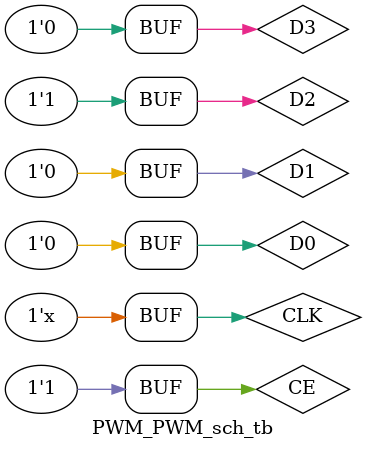
<source format=v>

`timescale 1ns / 1ps

module PWM_PWM_sch_tb();

// Inputs
   reg CLK;
   reg D0;
   reg D1;
   reg D2;
   reg D3;
   reg CE;

// Output
   wire PWM;

// Bidirs

// Instantiate the UUT
   PWM UUT (
		.CLK(CLK), 
		.D0(D0), 
		.D1(D1), 
		.D2(D2), 
		.D3(D3), 
		.CE(CE), 
		.PWM(PWM)
   );
// Initialize Inputs
   initial begin
		CLK = 1;
		D0 = 0;
		D1 = 0;
		D2 = 1;
		D3 = 0;
		CE = 1;
   end
	always begin
	#10;
	CLK=~CLK;
	end
endmodule

</source>
